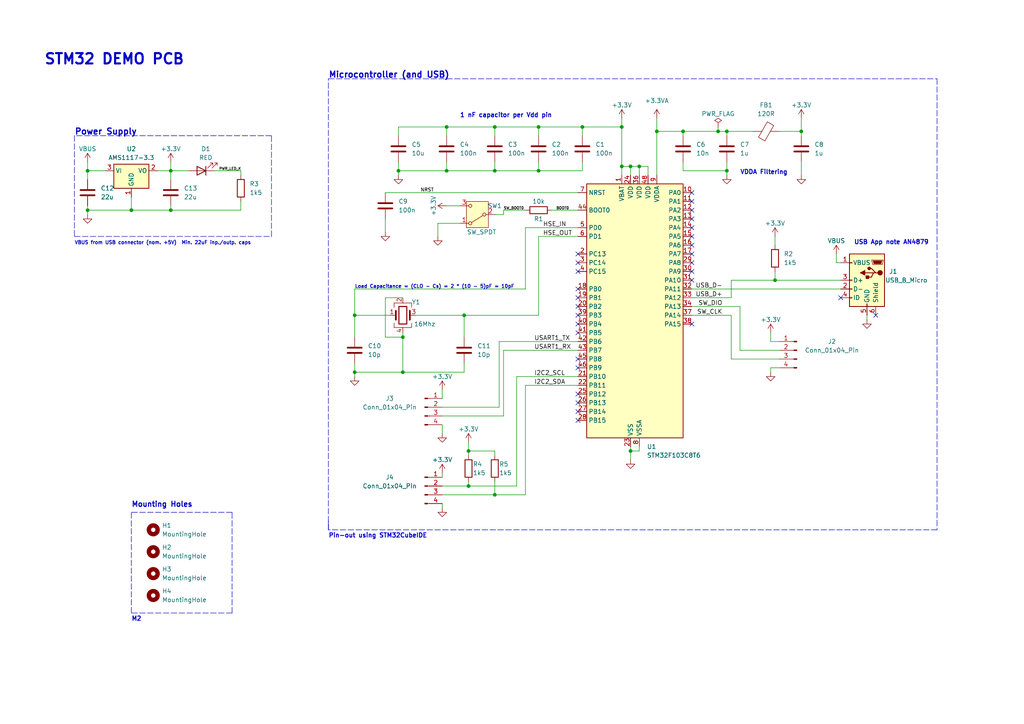
<source format=kicad_sch>
(kicad_sch (version 20230121) (generator eeschema)
  (paper "A4")
  (title_block (title "STM32 Demo PCB") (date "2024-12-18") (rev "0.1") (company "Cal Poly Pomona"))
  (lib_symbols
    (symbol "Connector:Conn_01x04_Pin" (pin_names (offset 1.016) hide)
      (property "Reference" "J" (at 0 5.08 0))
      (property "Value" "Conn_01x04_Pin" (at 0 -7.62 0))
      (symbol "Conn_01x04_Pin_1_1"
        (polyline (pts (xy 1.27 -5.08) (xy 0.8636 -5.08)) (stroke (width 0.1524)))
        (polyline (pts (xy 1.27 -2.54) (xy 0.8636 -2.54)) (stroke (width 0.1524)))
        (polyline (pts (xy 1.27 0) (xy 0.8636 0)) (stroke (width 0.1524)))
        (polyline (pts (xy 1.27 2.54) (xy 0.8636 2.54)) (stroke (width 0.1524)))
        (rectangle (start 0.8636 -4.953) (end 0 -5.207) (stroke (width 0.1524)) (fill (type outline)))
        (rectangle (start 0.8636 -2.413) (end 0 -2.667) (stroke (width 0.1524)) (fill (type outline)))
        (rectangle (start 0.8636 0.127) (end 0 -0.127) (stroke (width 0.1524)) (fill (type outline)))
        (rectangle (start 0.8636 2.667) (end 0 2.413) (stroke (width 0.1524)) (fill (type outline)))
        (pin passive line (at 5.08 2.54 180) (length 3.81) (name "Pin_1") (number "1"))
        (pin passive line (at 5.08 0 180) (length 3.81) (name "Pin_2") (number "2"))
        (pin passive line (at 5.08 -2.54 180) (length 3.81) (name "Pin_3") (number "3"))
        (pin passive line (at 5.08 -5.08 180) (length 3.81) (name "Pin_4") (number "4"))
      )
    )
    (symbol "Connector:USB_B_Micro" (pin_names (offset 1.016))
      (property "Reference" "J" (at -5.08 11.43 0))
      (property "Value" "USB_B_Micro" (at -5.08 8.89 0))
      (symbol "USB_B_Micro_0_1"
        (rectangle (start -5.08 -7.62) (end 5.08 7.62) (stroke (width 0.254)) (fill (type background)))
        (circle (center -3.81 2.159) (radius 0.635) (stroke (width 0.254)) (fill (type outline)))
        (circle (center -0.635 3.429) (radius 0.381) (stroke (width 0.254)) (fill (type outline)))
        (rectangle (start -0.127 -7.62) (end 0.127 -6.858))
        (polyline (pts (xy -1.905 2.159) (xy 0.635 2.159)) (stroke (width 0.254)))
        (polyline (pts (xy -3.175 2.159) (xy -2.54 2.159) (xy -1.27 3.429) (xy -0.635 3.429)) (stroke (width 0.254)))
        (polyline (pts (xy -2.54 2.159) (xy -1.905 2.159) (xy -1.27 0.889) (xy 0 0.889)) (stroke (width 0.254)))
        (polyline (pts (xy 0.635 2.794) (xy 0.635 1.524) (xy 1.905 2.159) (xy 0.635 2.794)) (stroke (width 0.254)) (fill (type outline)))
        (polyline (pts (xy -4.318 5.588) (xy -1.778 5.588) (xy -2.032 4.826) (xy -4.064 4.826) (xy -4.318 5.588)) (fill (type outline)))
        (polyline (pts (xy -4.699 5.842) (xy -4.699 5.588) (xy -4.445 4.826) (xy -4.445 4.572) (xy -1.651 4.572) (xy -1.651 4.826) (xy -1.397 5.588) (xy -1.397 5.842) (xy -4.699 5.842)))
        (rectangle (start 0.254 1.27) (end -0.508 0.508) (stroke (width 0.254)) (fill (type outline)))
        (rectangle (start 5.08 -5.207) (end 4.318 -4.953))
        (rectangle (start 5.08 -2.667) (end 4.318 -2.413))
        (rectangle (start 5.08 -0.127) (end 4.318 0.127))
        (rectangle (start 5.08 4.953) (end 4.318 5.207))
      )
      (symbol "USB_B_Micro_1_1"
        (pin power_out line (at 7.62 5.08 180) (length 2.54) (name "VBUS") (number "1"))
        (pin bidirectional line (at 7.62 -2.54 180) (length 2.54) (name "D-") (number "2"))
        (pin bidirectional line (at 7.62 0 180) (length 2.54) (name "D+") (number "3"))
        (pin passive line (at 7.62 -5.08 180) (length 2.54) (name "ID") (number "4"))
        (pin power_out line (at 0 -10.16 90) (length 2.54) (name "GND") (number "5"))
        (pin passive line (at -2.54 -10.16 90) (length 2.54) (name "Shield") (number "6"))
      )
    )
    (symbol "Device:C" (pin_numbers hide) (pin_names (offset 0.254))
      (property "Reference" "C" (at 0.635 2.54 0))
      (property "Value" "C" (at 0.635 -2.54 0))
      (symbol "C_0_1"
        (polyline (pts (xy -2.032 -0.762) (xy 2.032 -0.762)) (stroke (width 0.508)))
        (polyline (pts (xy -2.032 0.762) (xy 2.032 0.762)) (stroke (width 0.508)))
      )
      (symbol "C_1_1"
        (pin passive line (at 0 3.81 270) (length 2.794) (name "~") (number "1"))
        (pin passive line (at 0 -3.81 90) (length 2.794) (name "~") (number "2"))
      )
    )
    (symbol "Device:Crystal_GND24" (pin_names (offset 1.016) hide)
      (property "Reference" "Y" (at 3.175 5.08 0))
      (property "Value" "Crystal_GND24" (at 3.175 3.175 0))
      (symbol "Crystal_GND24_0_1"
        (rectangle (start -1.143 2.54) (end 1.143 -2.54) (stroke (width 0.3048)))
        (polyline (pts (xy -2.54 0) (xy -2.032 0)))
        (polyline (pts (xy -2.032 -1.27) (xy -2.032 1.27)) (stroke (width 0.508)))
        (polyline (pts (xy 0 -3.81) (xy 0 -3.556)))
        (polyline (pts (xy 0 3.556) (xy 0 3.81)))
        (polyline (pts (xy 2.032 -1.27) (xy 2.032 1.27)) (stroke (width 0.508)))
        (polyline (pts (xy 2.032 0) (xy 2.54 0)))
        (polyline (pts (xy -2.54 -2.286) (xy -2.54 -3.556) (xy 2.54 -3.556) (xy 2.54 -2.286)))
        (polyline (pts (xy -2.54 2.286) (xy -2.54 3.556) (xy 2.54 3.556) (xy 2.54 2.286)))
      )
      (symbol "Crystal_GND24_1_1"
        (pin passive line (at -3.81 0 0) (length 1.27) (name "1") (number "1"))
        (pin passive line (at 0 5.08 270) (length 1.27) (name "2") (number "2"))
        (pin passive line (at 3.81 0 180) (length 1.27) (name "3") (number "3"))
        (pin passive line (at 0 -5.08 90) (length 1.27) (name "4") (number "4"))
      )
    )
    (symbol "Device:FerriteBead" (pin_numbers hide) (pin_names (offset 0))
      (property "Reference" "FB" (at -3.81 0.635 90))
      (property "Value" "FerriteBead" (at 3.81 0 90))
      (symbol "FerriteBead_0_1"
        (polyline (pts (xy 0 -1.27) (xy 0 -1.2192)))
        (polyline (pts (xy 0 1.27) (xy 0 1.2954)))
        (polyline (pts (xy -2.7686 0.4064) (xy -1.7018 2.2606) (xy 2.7686 -0.3048) (xy 1.6764 -2.159) (xy -2.7686 0.4064)))
      )
      (symbol "FerriteBead_1_1"
        (pin passive line (at 0 3.81 270) (length 2.54) (name "~") (number "1"))
        (pin passive line (at 0 -3.81 90) (length 2.54) (name "~") (number "2"))
      )
    )
    (symbol "Device:LED" (pin_numbers hide) (pin_names (offset 1.016) hide)
      (property "Reference" "D" (at 0 2.54 0))
      (property "Value" "LED" (at 0 -2.54 0))
      (symbol "LED_0_1"
        (polyline (pts (xy -1.27 -1.27) (xy -1.27 1.27)) (stroke (width 0.254)))
        (polyline (pts (xy -1.27 0) (xy 1.27 0)))
        (polyline (pts (xy 1.27 -1.27) (xy 1.27 1.27) (xy -1.27 0) (xy 1.27 -1.27)) (stroke (width 0.254)))
        (polyline (pts (xy -3.048 -0.762) (xy -4.572 -2.286) (xy -3.81 -2.286) (xy -4.572 -2.286) (xy -4.572 -1.524)))
        (polyline (pts (xy -1.778 -0.762) (xy -3.302 -2.286) (xy -2.54 -2.286) (xy -3.302 -2.286) (xy -3.302 -1.524)))
      )
      (symbol "LED_1_1"
        (pin passive line (at -3.81 0 0) (length 2.54) (name "K") (number "1"))
        (pin passive line (at 3.81 0 180) (length 2.54) (name "A") (number "2"))
      )
    )
    (symbol "Device:R" (pin_numbers hide) (pin_names (offset 0))
      (property "Reference" "R" (at 2.032 0 90))
      (property "Value" "R" (at 0 0 90))
      (symbol "R_0_1"
        (rectangle (start -1.016 -2.54) (end 1.016 2.54) (stroke (width 0.254)))
      )
      (symbol "R_1_1"
        (pin passive line (at 0 3.81 270) (length 1.27) (name "~") (number "1"))
        (pin passive line (at 0 -3.81 90) (length 1.27) (name "~") (number "2"))
      )
    )
    (symbol "MCU_ST_STM32F1:STM32F103C8Tx"
      (property "Reference" "U" (at -12.7 39.37 0))
      (property "Value" "STM32F103C8Tx" (at 10.16 39.37 0))
      (symbol "STM32F103C8Tx_0_1"
        (rectangle (start -12.7 -35.56) (end 15.24 38.1) (stroke (width 0.254)) (fill (type background)))
      )
      (symbol "STM32F103C8Tx_1_1"
        (pin power_in line (at -2.54 40.64 270) (length 2.54) (name "VBAT") (number "1"))
        (pin bidirectional line (at 17.78 35.56 180) (length 2.54) (name "PA0") (number "10"))
        (pin bidirectional line (at 17.78 33.02 180) (length 2.54) (name "PA1") (number "11"))
        (pin bidirectional line (at 17.78 30.48 180) (length 2.54) (name "PA2") (number "12"))
        (pin bidirectional line (at 17.78 27.94 180) (length 2.54) (name "PA3") (number "13"))
        (pin bidirectional line (at 17.78 25.4 180) (length 2.54) (name "PA4") (number "14"))
        (pin bidirectional line (at 17.78 22.86 180) (length 2.54) (name "PA5") (number "15"))
        (pin bidirectional line (at 17.78 20.32 180) (length 2.54) (name "PA6") (number "16"))
        (pin bidirectional line (at 17.78 17.78 180) (length 2.54) (name "PA7") (number "17"))
        (pin bidirectional line (at -15.24 7.62 0) (length 2.54) (name "PB0") (number "18"))
        (pin bidirectional line (at -15.24 5.08 0) (length 2.54) (name "PB1") (number "19"))
        (pin bidirectional line (at -15.24 17.78 0) (length 2.54) (name "PC13") (number "2"))
        (pin bidirectional line (at -15.24 2.54 0) (length 2.54) (name "PB2") (number "20"))
        (pin bidirectional line (at -15.24 -17.78 0) (length 2.54) (name "PB10") (number "21"))
        (pin bidirectional line (at -15.24 -20.32 0) (length 2.54) (name "PB11") (number "22"))
        (pin power_in line (at 0 -38.1 90) (length 2.54) (name "VSS") (number "23"))
        (pin power_in line (at 0 40.64 270) (length 2.54) (name "VDD") (number "24"))
        (pin bidirectional line (at -15.24 -22.86 0) (length 2.54) (name "PB12") (number "25"))
        (pin bidirectional line (at -15.24 -25.4 0) (length 2.54) (name "PB13") (number "26"))
        (pin bidirectional line (at -15.24 -27.94 0) (length 2.54) (name "PB14") (number "27"))
        (pin bidirectional line (at -15.24 -30.48 0) (length 2.54) (name "PB15") (number "28"))
        (pin bidirectional line (at 17.78 15.24 180) (length 2.54) (name "PA8") (number "29"))
        (pin bidirectional line (at -15.24 15.24 0) (length 2.54) (name "PC14") (number "3"))
        (pin bidirectional line (at 17.78 12.7 180) (length 2.54) (name "PA9") (number "30"))
        (pin bidirectional line (at 17.78 10.16 180) (length 2.54) (name "PA10") (number "31"))
        (pin bidirectional line (at 17.78 7.62 180) (length 2.54) (name "PA11") (number "32"))
        (pin bidirectional line (at 17.78 5.08 180) (length 2.54) (name "PA12") (number "33"))
        (pin bidirectional line (at 17.78 2.54 180) (length 2.54) (name "PA13") (number "34"))
        (pin passive line (at 0 -38.1 90) (length 2.54) hide (name "VSS") (number "35"))
        (pin power_in line (at 2.54 40.64 270) (length 2.54) (name "VDD") (number "36"))
        (pin bidirectional line (at 17.78 0 180) (length 2.54) (name "PA14") (number "37"))
        (pin bidirectional line (at 17.78 -2.54 180) (length 2.54) (name "PA15") (number "38"))
        (pin bidirectional line (at -15.24 0 0) (length 2.54) (name "PB3") (number "39"))
        (pin bidirectional line (at -15.24 12.7 0) (length 2.54) (name "PC15") (number "4"))
        (pin bidirectional line (at -15.24 -2.54 0) (length 2.54) (name "PB4") (number "40"))
        (pin bidirectional line (at -15.24 -5.08 0) (length 2.54) (name "PB5") (number "41"))
        (pin bidirectional line (at -15.24 -7.62 0) (length 2.54) (name "PB6") (number "42"))
        (pin bidirectional line (at -15.24 -10.16 0) (length 2.54) (name "PB7") (number "43"))
        (pin input line (at -15.24 30.48 0) (length 2.54) (name "BOOT0") (number "44"))
        (pin bidirectional line (at -15.24 -12.7 0) (length 2.54) (name "PB8") (number "45"))
        (pin bidirectional line (at -15.24 -15.24 0) (length 2.54) (name "PB9") (number "46"))
        (pin passive line (at 0 -38.1 90) (length 2.54) hide (name "VSS") (number "47"))
        (pin power_in line (at 5.08 40.64 270) (length 2.54) (name "VDD") (number "48"))
        (pin bidirectional line (at -15.24 25.4 0) (length 2.54) (name "PD0") (number "5"))
        (pin bidirectional line (at -15.24 22.86 0) (length 2.54) (name "PD1") (number "6"))
        (pin input line (at -15.24 35.56 0) (length 2.54) (name "NRST") (number "7"))
        (pin power_in line (at 2.54 -38.1 90) (length 2.54) (name "VSSA") (number "8"))
        (pin power_in line (at 7.62 40.64 270) (length 2.54) (name "VDDA") (number "9"))
      )
    )
    (symbol "Mechanical:MountingHole" (pin_names (offset 1.016))
      (property "Reference" "H" (at 0 5.08 0))
      (property "Value" "MountingHole" (at 0 3.175 0))
      (symbol "MountingHole_0_1"
        (circle (center 0 0) (radius 1.27) (stroke (width 1.27)))
      )
    )
    (symbol "Regulator_Linear:AMS1117-3.3"
      (property "Reference" "U" (at -3.81 3.175 0))
      (property "Value" "AMS1117-3.3" (at 0 3.175 0))
      (symbol "AMS1117-3.3_0_1"
        (rectangle (start -5.08 -5.08) (end 5.08 1.905) (stroke (width 0.254)) (fill (type background)))
      )
      (symbol "AMS1117-3.3_1_1"
        (pin power_in line (at 0 -7.62 90) (length 2.54) (name "GND") (number "1"))
        (pin power_out line (at 7.62 0 180) (length 2.54) (name "VO") (number "2"))
        (pin power_in line (at -7.62 0 0) (length 2.54) (name "VI") (number "3"))
      )
    )
    (symbol "Switch:SW_SPDT" (pin_names (offset 0) hide)
      (property "Reference" "SW" (at 0 5.08 0))
      (property "Value" "SW_SPDT" (at 0 -5.08 0))
      (symbol "SW_SPDT_0_1"
        (circle (center -2.032 0) (radius 0.4572))
        (polyline (pts (xy -1.651 0.254) (xy 1.651 2.286)))
        (circle (center 2.032 -2.54) (radius 0.4572))
        (circle (center 2.032 2.54) (radius 0.4572))
      )
      (symbol "SW_SPDT_1_1"
        (rectangle (start -3.175 3.81) (end 3.175 -3.81) (fill (type background)))
        (pin passive line (at 5.08 2.54 180) (length 2.54) (name "A") (number "1"))
        (pin passive line (at -5.08 0 0) (length 2.54) (name "B") (number "2"))
        (pin passive line (at 5.08 -2.54 180) (length 2.54) (name "C") (number "3"))
      )
    )
    (symbol "power:+3.3V" (power) (pin_names (offset 0))
      (property "Value" "+3.3V" (at 0 3.556 0))
      (symbol "+3.3V_0_1"
        (polyline (pts (xy -0.762 1.27) (xy 0 2.54)))
        (polyline (pts (xy 0 0) (xy 0 2.54)))
        (polyline (pts (xy 0 2.54) (xy 0.762 1.27)))
      )
      (symbol "+3.3V_1_1"
        (pin power_in line (at 0 0 90) (length 0) hide (name "+3.3V") (number "1"))
      )
    )
    (symbol "power:+3.3VA" (power) (pin_names (offset 0))
      (property "Value" "+3.3VA" (at 0 3.556 0))
      (symbol "+3.3VA_0_1"
        (polyline (pts (xy -0.762 1.27) (xy 0 2.54)))
        (polyline (pts (xy 0 0) (xy 0 2.54)))
        (polyline (pts (xy 0 2.54) (xy 0.762 1.27)))
      )
      (symbol "+3.3VA_1_1"
        (pin power_in line (at 0 0 90) (length 0) hide (name "+3.3VA") (number "1"))
      )
    )
    (symbol "power:GND" (power) (pin_names (offset 0))
      (property "Value" "GND" (at 0 -3.81 0))
      (symbol "GND_0_1"
        (polyline (pts (xy 0 0) (xy 0 -1.27) (xy 1.27 -1.27) (xy 0 -2.54) (xy -1.27 -1.27) (xy 0 -1.27)))
      )
      (symbol "GND_1_1"
        (pin power_in line (at 0 0 270) (length 0) hide (name "GND") (number "1"))
      )
    )
    (symbol "power:PWR_FLAG" (power) (pin_numbers hide) (pin_names (offset 0) hide)
      (property "Value" "PWR_FLAG" (at 0 3.81 0))
      (symbol "PWR_FLAG_0_0"
        (pin power_out line (at 0 0 90) (length 0) (name "pwr") (number "1"))
      )
      (symbol "PWR_FLAG_0_1"
        (polyline (pts (xy 0 0) (xy 0 1.27) (xy -1.016 1.905) (xy 0 2.54) (xy 1.016 1.905) (xy 0 1.27)))
      )
    )
    (symbol "power:VBUS" (power) (pin_names (offset 0))
      (property "Value" "VBUS" (at 0 3.81 0))
      (symbol "VBUS_0_1"
        (polyline (pts (xy -0.762 1.27) (xy 0 2.54)))
        (polyline (pts (xy 0 0) (xy 0 2.54)))
        (polyline (pts (xy 0 2.54) (xy 0.762 1.27)))
      )
      (symbol "VBUS_1_1"
        (pin power_in line (at 0 0 90) (length 0) hide (name "VBUS") (number "1"))
      )
    )
  )
  (junction (at 143.51 36.83))
  (junction (at 38.1 60.96))
  (junction (at 129.54 49.53))
  (junction (at 143.51 143.51))
  (junction (at 232.41 38.1))
  (junction (at 116.84 107.95))
  (junction (at 25.4 60.96))
  (junction (at 182.88 48.26))
  (junction (at 135.89 130.81))
  (junction (at 156.21 36.83))
  (junction (at 49.53 49.53))
  (junction (at 208.28 38.1))
  (junction (at 210.82 38.1))
  (junction (at 224.79 81.28))
  (junction (at 190.5 38.1))
  (junction (at 115.57 49.53))
  (junction (at 135.89 140.97))
  (junction (at 180.34 48.26))
  (junction (at 198.12 38.1))
  (junction (at 129.54 36.83))
  (junction (at 102.87 91.44))
  (junction (at 49.53 60.96))
  (junction (at 134.62 91.44))
  (junction (at 156.21 49.53))
  (junction (at 180.34 36.83))
  (junction (at 168.91 36.83))
  (junction (at 182.88 130.81))
  (junction (at 25.4 49.53))
  (junction (at 185.42 48.26))
  (junction (at 102.87 107.95))
  (junction (at 143.51 49.53))
  (junction (at 116.84 97.79))
  (junction (at 210.82 49.53))
  (no_connect (at 167.64 121.92))
  (no_connect (at 167.64 106.68))
  (no_connect (at 200.66 66.04))
  (no_connect (at 167.64 114.3))
  (no_connect (at 167.64 88.9))
  (no_connect (at 200.66 60.96))
  (no_connect (at 200.66 71.12))
  (no_connect (at 167.64 116.84))
  (no_connect (at 167.64 76.2))
  (no_connect (at 167.64 104.14))
  (no_connect (at 167.64 119.38))
  (no_connect (at 167.64 96.52))
  (no_connect (at 167.64 78.74))
  (no_connect (at 167.64 93.98))
  (no_connect (at 200.66 78.74))
  (no_connect (at 254 91.44))
  (no_connect (at 200.66 63.5))
  (no_connect (at 167.64 73.66))
  (no_connect (at 167.64 86.36))
  (no_connect (at 200.66 76.2))
  (no_connect (at 167.64 83.82))
  (no_connect (at 200.66 55.88))
  (no_connect (at 200.66 81.28))
  (no_connect (at 200.66 93.98))
  (no_connect (at 200.66 68.58))
  (no_connect (at 200.66 58.42))
  (no_connect (at 200.66 73.66))
  (no_connect (at 243.84 86.36))
  (no_connect (at 167.64 91.44))
  (wire (pts (xy 185.42 129.54) (xy 185.42 130.81)))
  (wire (pts (xy 156.21 46.99) (xy 156.21 49.53)))
  (wire (pts (xy 102.87 83.82) (xy 102.87 91.44)))
  (polyline (pts (xy 95.25 22.86) (xy 271.78 22.86)) (stroke (width 0) (type dash)))
  (wire (pts (xy 144.78 118.11) (xy 144.78 99.06)))
  (wire (pts (xy 210.82 49.53) (xy 210.82 46.99)))
  (wire (pts (xy 129.54 49.53) (xy 143.51 49.53)))
  (wire (pts (xy 168.91 36.83) (xy 180.34 36.83)))
  (wire (pts (xy 49.53 49.53) (xy 49.53 52.07)))
  (wire (pts (xy 111.76 97.79) (xy 116.84 97.79)))
  (wire (pts (xy 116.84 97.79) (xy 116.84 107.95)))
  (wire (pts (xy 102.87 105.41) (xy 102.87 107.95)))
  (wire (pts (xy 135.89 140.97) (xy 149.86 140.97)))
  (wire (pts (xy 214.63 88.9) (xy 214.63 101.6)))
  (wire (pts (xy 226.06 38.1) (xy 232.41 38.1)))
  (wire (pts (xy 185.42 48.26) (xy 182.88 48.26)))
  (wire (pts (xy 198.12 46.99) (xy 198.12 49.53)))
  (wire (pts (xy 25.4 49.53) (xy 25.4 52.07)))
  (polyline (pts (xy 67.31 177.8) (xy 67.31 148.59)) (stroke (width 0) (type dash)))
  (polyline (pts (xy 271.78 153.67) (xy 95.25 153.67)) (stroke (width 0) (type dash)))
  (wire (pts (xy 224.79 68.58) (xy 224.79 71.12)))
  (wire (pts (xy 45.72 49.53) (xy 49.53 49.53)))
  (wire (pts (xy 190.5 38.1) (xy 190.5 50.8)))
  (polyline (pts (xy 95.25 153.67) (xy 95.25 22.86)) (stroke (width 0) (type dash)))
  (wire (pts (xy 180.34 48.26) (xy 180.34 50.8)))
  (wire (pts (xy 143.51 36.83) (xy 156.21 36.83)))
  (polyline (pts (xy 78.74 39.37) (xy 21.59 39.37)) (stroke (width 0) (type dash)))
  (wire (pts (xy 128.27 120.65) (xy 146.05 120.65)))
  (wire (pts (xy 111.76 55.88) (xy 167.64 55.88)))
  (wire (pts (xy 115.57 49.53) (xy 115.57 50.8)))
  (wire (pts (xy 128.27 146.05) (xy 128.27 147.32)))
  (wire (pts (xy 135.89 128.27) (xy 135.89 130.81)))
  (wire (pts (xy 49.53 46.99) (xy 49.53 49.53)))
  (wire (pts (xy 134.62 107.95) (xy 134.62 105.41)))
  (wire (pts (xy 200.66 83.82) (xy 243.84 83.82)))
  (wire (pts (xy 146.05 120.65) (xy 146.05 101.6)))
  (wire (pts (xy 116.84 107.95) (xy 102.87 107.95)))
  (wire (pts (xy 214.63 101.6) (xy 226.06 101.6)))
  (wire (pts (xy 102.87 107.95) (xy 102.87 109.22)))
  (wire (pts (xy 223.52 99.06) (xy 226.06 99.06)))
  (wire (pts (xy 102.87 91.44) (xy 102.87 97.79)))
  (wire (pts (xy 127 68.58) (xy 127 64.77)))
  (wire (pts (xy 128.27 113.03) (xy 128.27 115.57)))
  (wire (pts (xy 223.52 107.95) (xy 223.52 106.68)))
  (wire (pts (xy 116.84 86.36) (xy 111.76 86.36)))
  (wire (pts (xy 208.28 38.1) (xy 198.12 38.1)))
  (wire (pts (xy 182.88 50.8) (xy 182.88 48.26)))
  (wire (pts (xy 152.4 60.96) (xy 146.05 60.96)))
  (wire (pts (xy 251.46 91.44) (xy 251.46 92.71)))
  (wire (pts (xy 143.51 130.81) (xy 135.89 130.81)))
  (wire (pts (xy 168.91 39.37) (xy 168.91 36.83)))
  (wire (pts (xy 49.53 59.69) (xy 49.53 60.96)))
  (wire (pts (xy 134.62 91.44) (xy 156.21 91.44)))
  (wire (pts (xy 149.86 109.22) (xy 167.64 109.22)))
  (wire (pts (xy 146.05 62.23) (xy 143.51 62.23)))
  (wire (pts (xy 135.89 139.7) (xy 135.89 140.97)))
  (wire (pts (xy 210.82 38.1) (xy 218.44 38.1)))
  (wire (pts (xy 180.34 34.29) (xy 180.34 36.83)))
  (wire (pts (xy 69.85 60.96) (xy 49.53 60.96)))
  (wire (pts (xy 129.54 36.83) (xy 129.54 39.37)))
  (wire (pts (xy 25.4 60.96) (xy 38.1 60.96)))
  (wire (pts (xy 143.51 132.08) (xy 143.51 130.81)))
  (wire (pts (xy 128.27 143.51) (xy 143.51 143.51)))
  (wire (pts (xy 168.91 49.53) (xy 168.91 46.99)))
  (wire (pts (xy 127 64.77) (xy 133.35 64.77)))
  (polyline (pts (xy 21.59 39.37) (xy 21.59 68.58)) (stroke (width 0) (type dash)))
  (wire (pts (xy 152.4 111.76) (xy 167.64 111.76)))
  (wire (pts (xy 187.96 48.26) (xy 185.42 48.26)))
  (wire (pts (xy 129.54 46.99) (xy 129.54 49.53)))
  (wire (pts (xy 49.53 49.53) (xy 54.61 49.53)))
  (polyline (pts (xy 21.59 68.58) (xy 78.74 68.58)) (stroke (width 0) (type dash)))
  (wire (pts (xy 212.09 81.28) (xy 212.09 86.36)))
  (wire (pts (xy 223.52 106.68) (xy 226.06 106.68)))
  (wire (pts (xy 156.21 68.58) (xy 156.21 91.44)))
  (polyline (pts (xy 67.31 148.59) (xy 38.1 148.59)) (stroke (width 0) (type dash)))
  (wire (pts (xy 69.85 58.42) (xy 69.85 60.96)))
  (wire (pts (xy 128.27 137.16) (xy 128.27 138.43)))
  (wire (pts (xy 156.21 36.83) (xy 156.21 39.37)))
  (wire (pts (xy 210.82 38.1) (xy 208.28 38.1)))
  (wire (pts (xy 38.1 60.96) (xy 49.53 60.96)))
  (wire (pts (xy 111.76 63.5) (xy 111.76 67.31)))
  (wire (pts (xy 38.1 57.15) (xy 38.1 60.96)))
  (wire (pts (xy 212.09 104.14) (xy 226.06 104.14)))
  (wire (pts (xy 128.27 140.97) (xy 135.89 140.97)))
  (wire (pts (xy 208.28 36.83) (xy 208.28 38.1)))
  (wire (pts (xy 149.86 140.97) (xy 149.86 109.22)))
  (wire (pts (xy 242.57 73.66) (xy 242.57 76.2)))
  (wire (pts (xy 62.23 49.53) (xy 69.85 49.53)))
  (wire (pts (xy 198.12 39.37) (xy 198.12 38.1)))
  (wire (pts (xy 200.66 88.9) (xy 214.63 88.9)))
  (wire (pts (xy 144.78 99.06) (xy 167.64 99.06)))
  (wire (pts (xy 185.42 130.81) (xy 182.88 130.81)))
  (wire (pts (xy 146.05 101.6) (xy 167.64 101.6)))
  (wire (pts (xy 160.02 60.96) (xy 167.64 60.96)))
  (wire (pts (xy 143.51 36.83) (xy 143.51 39.37)))
  (wire (pts (xy 135.89 130.81) (xy 135.89 132.08)))
  (wire (pts (xy 182.88 130.81) (xy 182.88 133.35)))
  (wire (pts (xy 115.57 36.83) (xy 129.54 36.83)))
  (polyline (pts (xy 271.78 22.86) (xy 271.78 153.67)) (stroke (width 0) (type dash)))
  (wire (pts (xy 156.21 36.83) (xy 168.91 36.83)))
  (wire (pts (xy 116.84 96.52) (xy 116.84 97.79)))
  (wire (pts (xy 128.27 123.19) (xy 128.27 125.73)))
  (wire (pts (xy 143.51 46.99) (xy 143.51 49.53)))
  (wire (pts (xy 116.84 107.95) (xy 134.62 107.95)))
  (wire (pts (xy 152.4 143.51) (xy 152.4 111.76)))
  (wire (pts (xy 185.42 50.8) (xy 185.42 48.26)))
  (wire (pts (xy 128.27 118.11) (xy 144.78 118.11)))
  (wire (pts (xy 115.57 49.53) (xy 129.54 49.53)))
  (polyline (pts (xy 95.25 151.13) (xy 95.25 153.67)))
  (wire (pts (xy 25.4 46.99) (xy 25.4 49.53)))
  (wire (pts (xy 115.57 46.99) (xy 115.57 49.53)))
  (wire (pts (xy 200.66 86.36) (xy 212.09 86.36)))
  (wire (pts (xy 25.4 59.69) (xy 25.4 60.96)))
  (wire (pts (xy 187.96 50.8) (xy 187.96 48.26)))
  (wire (pts (xy 180.34 36.83) (xy 180.34 48.26)))
  (wire (pts (xy 111.76 86.36) (xy 111.76 97.79)))
  (wire (pts (xy 210.82 49.53) (xy 210.82 50.8)))
  (wire (pts (xy 212.09 91.44) (xy 212.09 104.14)))
  (wire (pts (xy 242.57 76.2) (xy 243.84 76.2)))
  (wire (pts (xy 146.05 60.96) (xy 146.05 62.23)))
  (wire (pts (xy 198.12 49.53) (xy 210.82 49.53)))
  (wire (pts (xy 182.88 129.54) (xy 182.88 130.81)))
  (wire (pts (xy 69.85 49.53) (xy 69.85 50.8)))
  (wire (pts (xy 102.87 91.44) (xy 113.03 91.44)))
  (wire (pts (xy 120.65 91.44) (xy 134.62 91.44)))
  (wire (pts (xy 143.51 139.7) (xy 143.51 143.51)))
  (wire (pts (xy 129.54 59.69) (xy 133.35 59.69)))
  (wire (pts (xy 232.41 34.29) (xy 232.41 38.1)))
  (wire (pts (xy 200.66 91.44) (xy 212.09 91.44)))
  (wire (pts (xy 152.4 66.04) (xy 152.4 83.82)))
  (wire (pts (xy 25.4 60.96) (xy 25.4 62.23)))
  (polyline (pts (xy 78.74 68.58) (xy 78.74 39.37)) (stroke (width 0) (type dash)))
  (wire (pts (xy 232.41 38.1) (xy 232.41 39.37)))
  (wire (pts (xy 115.57 36.83) (xy 115.57 39.37)))
  (wire (pts (xy 180.34 48.26) (xy 182.88 48.26)))
  (wire (pts (xy 143.51 143.51) (xy 152.4 143.51)))
  (wire (pts (xy 198.12 38.1) (xy 190.5 38.1)))
  (wire (pts (xy 129.54 36.83) (xy 143.51 36.83)))
  (polyline (pts (xy 67.31 177.8) (xy 38.1 177.8)) (stroke (width 0) (type dash)))
  (wire (pts (xy 224.79 78.74) (xy 224.79 81.28)))
  (wire (pts (xy 143.51 49.53) (xy 156.21 49.53)))
  (wire (pts (xy 223.52 96.52) (xy 223.52 99.06)))
  (wire (pts (xy 210.82 39.37) (xy 210.82 38.1)))
  (wire (pts (xy 134.62 91.44) (xy 134.62 97.79)))
  (wire (pts (xy 30.48 49.53) (xy 25.4 49.53)))
  (wire (pts (xy 102.87 83.82) (xy 152.4 83.82)))
  (wire (pts (xy 156.21 49.53) (xy 168.91 49.53)))
  (wire (pts (xy 224.79 81.28) (xy 212.09 81.28)))
  (wire (pts (xy 156.21 68.58) (xy 167.64 68.58)))
  (wire (pts (xy 152.4 66.04) (xy 167.64 66.04)))
  (polyline (pts (xy 38.1 177.8) (xy 38.1 148.59)) (stroke (width 0) (type dash)))
  (wire (pts (xy 232.41 46.99) (xy 232.41 50.8)))
  (wire (pts (xy 243.84 81.28) (xy 224.79 81.28)))
  (wire (pts (xy 190.5 34.29) (xy 190.5 38.1)))
  (text "VDDA Filtering\n" (at 214.63 50.8 0) (effects (font (size 1.27 1.27) bold) (justify left bottom)))
  (text "1 nF capacitor per Vdd pin\n" (at 133.35 34.29 0) (effects (font (size 1.27 1.27) bold) (justify left bottom)))
  (text "Pin-out using STM32CubeIDE" (at 95.25 156.21 0) (effects (font (size 1.27 1.27) bold) (justify left bottom)))
  (text "STM32 DEMO PCB" (at 12.7 19.05 0) (effects (font (size 3 3) bold) (justify left bottom)))
  (text "VBUS from USB connector (nom. +5V)  Min. 22uF inp./outp. caps\n" (at 21.59 71.12 0) (effects (font (size 1 1) bold) (justify left bottom)))
  (text "Microcontroller (and USB)" (at 95.25 22.86 0) (effects (font (size 1.75 1.75) (thickness 0.35) bold) (justify left bottom)))
  (text "Mounting Holes\n" (at 38.1 147.32 0) (effects (font (size 1.5 1.5) bold) (justify left bottom)))
  (text "M2\n" (at 38.1 180.34 0) (effects (font (size 1.27 1.27) bold) (justify left bottom)))
  (text "Load Capacitance = (CLO - Cs) = 2 * (10 - 5)pF = 10pF" (at 102.87 83.82 0) (effects (font (size 1 1) bold) (justify left bottom)))
  (text "USB App note AN4879" (at 247.65 71.12 0) (effects (font (size 1.27 1.27) bold) (justify left bottom)))
  (text "Power Supply\n" (at 21.59 39.37 0) (effects (font (size 1.75 1.75) (thickness 0.35) bold) (justify left bottom)))
  (label "I2C2_SDA" (at 154.94 111.76 0))
  (label "USART1_RX" (at 154.94 101.6 0))
  (label "USB_D-" (at 209.55 83.82 180))
  (label "NRST" (at 121.92 55.88 0) (effects (font (size 1 1))))
  (label "HSE_IN" (at 157.48 66.04 0))
  (label "USART1_TX" (at 154.94 99.06 0))
  (label "SW_BOOT0" (at 146.05 60.96 0) (effects (font (size 0.75 0.75))))
  (label "I2C2_SCL" (at 154.94 109.22 0))
  (label "PWR_LED_K" (at 63.5 49.53 0) (effects (font (size 0.75 0.75))))
  (label "HSE_OUT" (at 157.48 68.58 0))
  (label "USB_D+" (at 209.55 86.36 180))
  (label "SW_CLK" (at 209.55 91.44 180))
  (label "BOOT0" (at 161.29 60.96 0) (effects (font (size 0.75 0.75))))
  (label "SW_DIO" (at 209.55 88.9 180))
  (symbol (lib_id "power:+3.3V") (at 232.41 34.29 0) (unit 1)
    (property "Reference" "#PWR07" (effects hide))
    (property "Value" "+3.3V" (at 232.41 30.48 0))
  )
  (symbol (lib_id "Device:C") (at 210.82 43.18 0) (unit 1)
    (property "Reference" "C7" (at 214.63 41.91 0) (effects (justify left)))
    (property "Value" "1u" (at 214.63 44.45 0) (effects (justify left)))
    (property "Footprint" "Capacitor_SMD:C_0402_1005Metric" (effects hide))
  )
  (symbol (lib_id "Mechanical:MountingHole") (at 44.45 172.72 0) (unit 1)
    (property "Reference" "H4" (at 46.99 171.45 0) (effects (justify left)))
    (property "Value" "MountingHole" (at 46.99 173.99 0) (effects (justify left)))
    (property "Footprint" "MountingHole:MountingHole_2.2mm_M2" (effects hide))
  )
  (symbol (lib_id "power:PWR_FLAG") (at 208.28 36.83 0) (unit 1)
    (property "Reference" "#FLG01" (effects hide))
    (property "Value" "PWR_FLAG" (at 208.28 33.02 0))
  )
  (symbol (lib_id "Device:C") (at 49.53 55.88 0) (unit 1)
    (property "Reference" "C13" (at 53.34 54.61 0) (effects (justify left)))
    (property "Value" "22u" (at 53.34 57.15 0) (effects (justify left)))
    (property "Footprint" "Capacitor_SMD:C_0805_2012Metric" (effects hide))
  )
  (symbol (lib_id "Device:R") (at 69.85 54.61 180) (unit 1)
    (property "Reference" "R3" (at 72.39 53.34 0) (effects (justify right)))
    (property "Value" "1k5" (at 72.39 55.88 0) (effects (justify right)))
    (property "Footprint" "Resistor_SMD:R_0402_1005Metric" (effects hide))
  )
  (symbol (lib_id "MCU_ST_STM32F1:STM32F103C8Tx") (at 182.88 91.44 0) (unit 1)
    (property "Reference" "U1" (at 187.6141 129.54 0) (effects (justify left)))
    (property "Value" "STM32F103C8T6" (at 187.6141 132.08 0) (effects (justify left)))
    (property "Footprint" "Package_QFP:LQFP-48_7x7mm_P0.5mm" (effects hide))
    (property "Datasheet" "https://www.st.com/resource/en/datasheet/stm32f103c8.pdf" (effects hide))
  )
  (symbol (lib_id "Device:C") (at 168.91 43.18 0) (unit 1)
    (property "Reference" "C1" (at 172.72 41.91 0) (effects (justify left)))
    (property "Value" "100n" (at 172.72 44.45 0) (effects (justify left)))
    (property "Footprint" "Capacitor_SMD:C_0402_1005Metric" (effects hide))
  )
  (symbol (lib_id "Device:C") (at 129.54 43.18 0) (unit 1)
    (property "Reference" "C4" (at 133.35 41.91 0) (effects (justify left)))
    (property "Value" "100n" (at 133.35 44.45 0) (effects (justify left)))
    (property "Footprint" "Capacitor_SMD:C_0402_1005Metric" (effects hide))
  )
  (symbol (lib_id "Regulator_Linear:AMS1117-3.3") (at 38.1 49.53 0) (unit 1)
    (property "Reference" "U2" (at 38.1 43.18 0))
    (property "Value" "AMS1117-3.3" (at 38.1 45.72 0))
    (property "Footprint" "Package_TO_SOT_SMD:SOT-223-3_TabPin2" (effects hide))
    (property "Datasheet" "http://www.advanced-monolithic.com/pdf/ds1117.pdf" (effects hide))
  )
  (symbol (lib_id "Device:C") (at 115.57 43.18 0) (unit 1)
    (property "Reference" "C5" (at 119.38 41.91 0) (effects (justify left)))
    (property "Value" "10u" (at 119.38 44.45 0) (effects (justify left)))
    (property "Footprint" "Capacitor_SMD:C_0603_1608Metric" (effects hide))
  )
  (symbol (lib_id "power:GND") (at 223.52 107.95 0) (unit 1)
    (property "Reference" "#PWR016" (effects hide))
    (property "Value" "GND" (effects hide))
  )
  (symbol (lib_id "power:VBUS") (at 242.57 73.66 0) (unit 1)
    (property "Reference" "#PWR013" (effects hide))
    (property "Value" "VBUS" (at 242.57 69.85 0))
  )
  (symbol (lib_id "Device:Crystal_GND24") (at 116.84 91.44 0) (unit 1)
    (property "Reference" "Y1" (at 120.65 87.63 0))
    (property "Value" "16Mhz" (at 123.19 93.98 0))
    (property "Footprint" "Crystal:Crystal_SMD_3225-4Pin_3.2x2.5mm" (effects hide))
  )
  (symbol (lib_id "Mechanical:MountingHole") (at 44.45 160.02 0) (unit 1)
    (property "Reference" "H2" (at 46.99 158.75 0) (effects (justify left)))
    (property "Value" "MountingHole" (at 46.99 161.29 0) (effects (justify left)))
    (property "Footprint" "MountingHole:MountingHole_2.2mm_M2" (effects hide))
  )
  (symbol (lib_id "Device:C") (at 25.4 55.88 0) (unit 1)
    (property "Reference" "C12" (at 29.21 54.61 0) (effects (justify left)))
    (property "Value" "22u" (at 29.21 57.15 0) (effects (justify left)))
    (property "Footprint" "Capacitor_SMD:C_0805_2012Metric" (effects hide))
  )
  (symbol (lib_id "power:GND") (at 128.27 147.32 0) (unit 1)
    (property "Reference" "#PWR023" (effects hide))
    (property "Value" "GND" (effects hide))
  )
  (symbol (lib_id "power:+3.3V") (at 49.53 46.99 0) (unit 1)
    (property "Reference" "#PWR019" (effects hide))
    (property "Value" "+3.3V" (at 49.53 43.18 0))
  )
  (symbol (lib_id "Connector:USB_B_Micro") (at 251.46 81.28 0) (mirror y) (unit 1)
    (property "Reference" "J1" (at 259.08 78.74 0))
    (property "Value" "USB_B_Micro" (at 262.89 81.28 0))
    (property "Footprint" "Connector_USB:USB_Micro-B_Wuerth_629105150521" (effects hide))
  )
  (symbol (lib_id "power:GND") (at 128.27 125.73 0) (unit 1)
    (property "Reference" "#PWR020" (effects hide))
    (property "Value" "GND" (effects hide))
  )
  (symbol (lib_id "Connector:Conn_01x04_Pin") (at 231.14 101.6 0) (mirror y) (unit 1)
    (property "Reference" "J2" (at 241.3 99.06 0))
    (property "Value" "Conn_01x04_Pin" (at 241.3 101.6 0))
    (property "Footprint" "Connector_PinHeader_2.54mm:PinHeader_1x04_P2.54mm_Vertical" (effects hide))
  )
  (symbol (lib_id "Mechanical:MountingHole") (at 44.45 153.67 0) (unit 1)
    (property "Reference" "H1" (at 46.99 152.4 0) (effects (justify left)))
    (property "Value" "MountingHole" (at 46.99 154.94 0) (effects (justify left)))
    (property "Footprint" "MountingHole:MountingHole_2.2mm_M2" (effects hide))
  )
  (symbol (lib_id "power:GND") (at 251.46 92.71 0) (unit 1)
    (property "Reference" "#PWR012" (effects hide))
    (property "Value" "GND" (effects hide))
  )
  (symbol (lib_id "Connector:Conn_01x04_Pin") (at 123.19 118.11 0) (unit 1)
    (property "Reference" "J3" (at 113.03 115.57 0))
    (property "Value" "Conn_01x04_Pin" (at 113.03 118.11 0))
    (property "Footprint" "Connector_PinHeader_2.54mm:PinHeader_1x04_P2.54mm_Vertical" (effects hide))
  )
  (symbol (lib_id "Device:C") (at 111.76 59.69 0) (unit 1)
    (property "Reference" "C9" (at 115.57 58.42 0) (effects (justify left)))
    (property "Value" "100n" (at 115.57 60.96 0) (effects (justify left)))
    (property "Footprint" "Capacitor_SMD:C_0402_1005Metric" (effects hide))
  )
  (symbol (lib_id "Switch:SW_SPDT") (at 138.43 62.23 180) (unit 1)
    (property "Reference" "SW1" (at 143.51 59.69 0))
    (property "Value" "SW_SPDT" (at 139.7 67.31 0))
    (property "Footprint" "Button_Switch_SMD:SW_SPDT_PCM12" (effects hide))
  )
  (symbol (lib_id "power:GND") (at 182.88 133.35 0) (unit 1)
    (property "Reference" "#PWR01" (effects hide))
    (property "Value" "GND" (effects hide))
  )
  (symbol (lib_id "power:GND") (at 111.76 67.31 0) (unit 1)
    (property "Reference" "#PWR08" (effects hide))
    (property "Value" "GND" (effects hide))
  )
  (symbol (lib_id "power:+3.3V") (at 129.54 59.69 90) (unit 1)
    (property "Reference" "#PWR010" (effects hide))
    (property "Value" "+3.3V" (at 125.73 59.69 0))
  )
  (symbol (lib_id "Device:C") (at 156.21 43.18 0) (unit 1)
    (property "Reference" "C2" (at 160.02 41.91 0) (effects (justify left)))
    (property "Value" "100n" (at 160.02 44.45 0) (effects (justify left)))
    (property "Footprint" "Capacitor_SMD:C_0402_1005Metric" (effects hide))
  )
  (symbol (lib_id "Device:LED") (at 58.42 49.53 180) (unit 1)
    (property "Reference" "D1" (at 59.69 43.18 0))
    (property "Value" "RED" (at 59.69 45.72 0))
    (property "Footprint" "LED_SMD:LED_0603_1608Metric" (effects hide))
  )
  (symbol (lib_id "Device:C") (at 134.62 101.6 0) (unit 1)
    (property "Reference" "C11" (at 138.43 100.33 0) (effects (justify left)))
    (property "Value" "10p" (at 138.43 102.87 0) (effects (justify left)))
    (property "Footprint" "Capacitor_SMD:C_0402_1005Metric" (effects hide))
  )
  (symbol (lib_id "Device:R") (at 156.21 60.96 90) (unit 1)
    (property "Reference" "R1" (at 156.21 63.5 90))
    (property "Value" "10k" (at 156.21 58.42 90))
    (property "Footprint" "Resistor_SMD:R_0402_1005Metric" (effects hide))
  )
  (symbol (lib_id "power:GND") (at 25.4 62.23 0) (unit 1)
    (property "Reference" "#PWR017" (effects hide))
    (property "Value" "GND" (effects hide))
  )
  (symbol (lib_id "power:GND") (at 115.57 50.8 0) (unit 1)
    (property "Reference" "#PWR03" (effects hide))
    (property "Value" "GND" (effects hide))
  )
  (symbol (lib_id "power:GND") (at 210.82 50.8 0) (unit 1)
    (property "Reference" "#PWR05" (effects hide))
    (property "Value" "GND" (effects hide))
  )
  (symbol (lib_id "power:GND") (at 127 68.58 0) (unit 1)
    (property "Reference" "#PWR09" (effects hide))
    (property "Value" "GND" (effects hide))
  )
  (symbol (lib_id "Mechanical:MountingHole") (at 44.45 166.37 0) (unit 1)
    (property "Reference" "H3" (at 46.99 165.1 0) (effects (justify left)))
    (property "Value" "MountingHole" (at 46.99 167.64 0) (effects (justify left)))
    (property "Footprint" "MountingHole:MountingHole_2.2mm_M2" (effects hide))
  )
  (symbol (lib_id "power:VBUS") (at 25.4 46.99 0) (unit 1)
    (property "Reference" "#PWR018" (effects hide))
    (property "Value" "VBUS" (at 25.4 43.18 0))
  )
  (symbol (lib_id "power:+3.3VA") (at 190.5 34.29 0) (unit 1)
    (property "Reference" "#PWR04" (effects hide))
    (property "Value" "+3.3VA" (at 190.5 29.21 0))
  )
  (symbol (lib_id "power:+3.3V") (at 224.79 68.58 0) (unit 1)
    (property "Reference" "#PWR014" (effects hide))
    (property "Value" "+3.3V" (at 224.79 64.77 0))
  )
  (symbol (lib_id "Device:C") (at 232.41 43.18 0) (unit 1)
    (property "Reference" "C8" (at 236.22 41.91 0) (effects (justify left)))
    (property "Value" "1u" (at 236.22 44.45 0) (effects (justify left)))
    (property "Footprint" "Capacitor_SMD:C_0402_1005Metric" (effects hide))
  )
  (symbol (lib_id "Device:C") (at 143.51 43.18 0) (unit 1)
    (property "Reference" "C3" (at 147.32 41.91 0) (effects (justify left)))
    (property "Value" "100n" (at 147.32 44.45 0) (effects (justify left)))
    (property "Footprint" "Capacitor_SMD:C_0402_1005Metric" (effects hide))
  )
  (symbol (lib_id "Device:C") (at 102.87 101.6 0) (unit 1)
    (property "Reference" "C10" (at 106.68 100.33 0) (effects (justify left)))
    (property "Value" "10p" (at 106.68 102.87 0) (effects (justify left)))
    (property "Footprint" "Capacitor_SMD:C_0402_1005Metric" (effects hide))
  )
  (symbol (lib_id "power:+3.3V") (at 135.89 128.27 0) (unit 1)
    (property "Reference" "#PWR024" (effects hide))
    (property "Value" "+3.3V" (at 135.89 124.46 0))
  )
  (symbol (lib_id "power:+3.3V") (at 180.34 34.29 0) (unit 1)
    (property "Reference" "#PWR02" (effects hide))
    (property "Value" "+3.3V" (at 180.34 30.48 0))
  )
  (symbol (lib_id "Connector:Conn_01x04_Pin") (at 123.19 140.97 0) (unit 1)
    (property "Reference" "J4" (at 113.03 138.43 0))
    (property "Value" "Conn_01x04_Pin" (at 113.03 140.97 0))
    (property "Footprint" "Connector_PinHeader_2.54mm:PinHeader_1x04_P2.54mm_Vertical" (effects hide))
  )
  (symbol (lib_id "Device:C") (at 198.12 43.18 0) (unit 1)
    (property "Reference" "C6" (at 201.93 41.91 0) (effects (justify left)))
    (property "Value" "10n" (at 201.93 44.45 0) (effects (justify left)))
    (property "Footprint" "Capacitor_SMD:C_0603_1608Metric" (effects hide))
  )
  (symbol (lib_id "Device:FerriteBead") (at 222.25 38.1 90) (unit 1)
    (property "Reference" "FB1" (at 222.1992 30.48 90))
    (property "Value" "120R" (at 222.1992 33.02 90))
    (property "Footprint" "Inductor_SMD:L_0603_1608Metric" (effects hide))
  )
  (symbol (lib_id "Device:R") (at 224.79 74.93 0) (unit 1)
    (property "Reference" "R2" (at 227.33 73.66 0) (effects (justify left)))
    (property "Value" "1k5" (at 227.33 76.2 0) (effects (justify left)))
    (property "Footprint" "Resistor_SMD:R_0402_1005Metric" (effects hide))
  )
  (symbol (lib_id "power:GND") (at 232.41 50.8 0) (unit 1)
    (property "Reference" "#PWR06" (effects hide))
    (property "Value" "GND" (effects hide))
  )
  (symbol (lib_id "power:+3.3V") (at 128.27 137.16 0) (unit 1)
    (property "Reference" "#PWR022" (effects hide))
    (property "Value" "+3.3V" (at 128.27 133.35 0))
  )
  (symbol (lib_id "power:GND") (at 102.87 109.22 0) (unit 1)
    (property "Reference" "#PWR011" (effects hide))
    (property "Value" "GND" (effects hide))
  )
  (symbol (lib_id "Device:R") (at 143.51 135.89 180) (unit 1)
    (property "Reference" "R5" (at 144.78 134.62 0) (effects (justify right)))
    (property "Value" "1k5" (at 144.78 137.16 0) (effects (justify right)))
    (property "Footprint" "Resistor_SMD:R_0402_1005Metric" (effects hide))
  )
  (symbol (lib_id "power:+3.3V") (at 223.52 96.52 0) (unit 1)
    (property "Reference" "#PWR015" (effects hide))
    (property "Value" "+3.3V" (at 223.52 92.71 0))
  )
  (symbol (lib_id "power:+3.3V") (at 128.27 113.03 0) (unit 1)
    (property "Reference" "#PWR021" (effects hide))
    (property "Value" "+3.3V" (at 128.27 109.22 0))
  )
  (symbol (lib_id "Device:R") (at 135.89 135.89 180) (unit 1)
    (property "Reference" "R4" (at 137.16 134.62 0) (effects (justify right)))
    (property "Value" "1k5" (at 137.16 137.16 0) (effects (justify right)))
    (property "Footprint" "Resistor_SMD:R_0402_1005Metric" (effects hide))
  )
)
</source>
